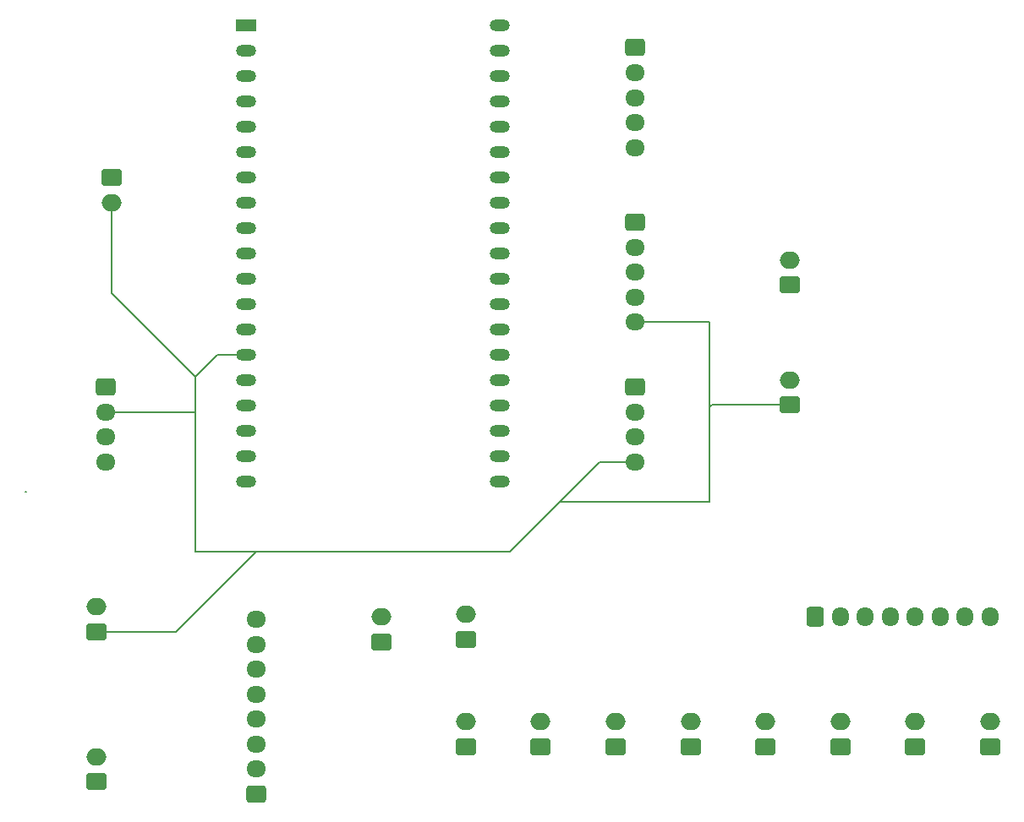
<source format=gbr>
%TF.GenerationSoftware,KiCad,Pcbnew,8.0.7*%
%TF.CreationDate,2024-12-29T01:14:19+01:00*%
%TF.ProjectId,DrinkoMat,4472696e-6b6f-44d6-9174-2e6b69636164,rev?*%
%TF.SameCoordinates,Original*%
%TF.FileFunction,Copper,L2,Bot*%
%TF.FilePolarity,Positive*%
%FSLAX46Y46*%
G04 Gerber Fmt 4.6, Leading zero omitted, Abs format (unit mm)*
G04 Created by KiCad (PCBNEW 8.0.7) date 2024-12-29 01:14:19*
%MOMM*%
%LPD*%
G01*
G04 APERTURE LIST*
G04 Aperture macros list*
%AMRoundRect*
0 Rectangle with rounded corners*
0 $1 Rounding radius*
0 $2 $3 $4 $5 $6 $7 $8 $9 X,Y pos of 4 corners*
0 Add a 4 corners polygon primitive as box body*
4,1,4,$2,$3,$4,$5,$6,$7,$8,$9,$2,$3,0*
0 Add four circle primitives for the rounded corners*
1,1,$1+$1,$2,$3*
1,1,$1+$1,$4,$5*
1,1,$1+$1,$6,$7*
1,1,$1+$1,$8,$9*
0 Add four rect primitives between the rounded corners*
20,1,$1+$1,$2,$3,$4,$5,0*
20,1,$1+$1,$4,$5,$6,$7,0*
20,1,$1+$1,$6,$7,$8,$9,0*
20,1,$1+$1,$8,$9,$2,$3,0*%
G04 Aperture macros list end*
%TA.AperFunction,ComponentPad*%
%ADD10RoundRect,0.250000X0.750000X-0.600000X0.750000X0.600000X-0.750000X0.600000X-0.750000X-0.600000X0*%
%TD*%
%TA.AperFunction,ComponentPad*%
%ADD11O,2.000000X1.700000*%
%TD*%
%TA.AperFunction,ComponentPad*%
%ADD12RoundRect,0.250000X-0.750000X0.600000X-0.750000X-0.600000X0.750000X-0.600000X0.750000X0.600000X0*%
%TD*%
%TA.AperFunction,ComponentPad*%
%ADD13RoundRect,0.250000X-0.600000X-0.725000X0.600000X-0.725000X0.600000X0.725000X-0.600000X0.725000X0*%
%TD*%
%TA.AperFunction,ComponentPad*%
%ADD14O,1.700000X1.950000*%
%TD*%
%TA.AperFunction,ComponentPad*%
%ADD15RoundRect,0.250000X-0.725000X0.600000X-0.725000X-0.600000X0.725000X-0.600000X0.725000X0.600000X0*%
%TD*%
%TA.AperFunction,ComponentPad*%
%ADD16O,1.950000X1.700000*%
%TD*%
%TA.AperFunction,ComponentPad*%
%ADD17RoundRect,0.250000X0.725000X-0.600000X0.725000X0.600000X-0.725000X0.600000X-0.725000X-0.600000X0*%
%TD*%
%TA.AperFunction,ComponentPad*%
%ADD18R,2.000000X1.200000*%
%TD*%
%TA.AperFunction,ComponentPad*%
%ADD19O,2.000000X1.200000*%
%TD*%
%TA.AperFunction,Conductor*%
%ADD20C,0.200000*%
%TD*%
G04 APERTURE END LIST*
D10*
%TO.P,REF\u002A\u002A,1*%
%TO.N,N/C*%
X28500000Y-98000000D03*
D11*
%TO.P,REF\u002A\u002A,2*%
X28500000Y-95500000D03*
%TD*%
D10*
%TO.P,REF\u002A\u002A,1*%
%TO.N,N/C*%
X102975000Y-94500000D03*
D11*
%TO.P,REF\u002A\u002A,2*%
X102975000Y-92000000D03*
%TD*%
D12*
%TO.P,REF\u002A\u002A,1*%
%TO.N,N/C*%
X30000000Y-37500000D03*
D11*
%TO.P,REF\u002A\u002A,2*%
X30000000Y-40000000D03*
%TD*%
D10*
%TO.P,REF\u002A\u002A,1*%
%TO.N,N/C*%
X80500000Y-94500000D03*
D11*
%TO.P,REF\u002A\u002A,2*%
X80500000Y-92000000D03*
%TD*%
D10*
%TO.P,REF\u002A\u002A,1*%
%TO.N,N/C*%
X118000000Y-94500000D03*
D11*
%TO.P,REF\u002A\u002A,2*%
X118000000Y-92000000D03*
%TD*%
D10*
%TO.P,REF\u002A\u002A,1*%
%TO.N,N/C*%
X95500000Y-94500000D03*
D11*
%TO.P,REF\u002A\u002A,2*%
X95500000Y-92000000D03*
%TD*%
D10*
%TO.P,REF\u002A\u002A,1*%
%TO.N,N/C*%
X88000000Y-94500000D03*
D11*
%TO.P,REF\u002A\u002A,2*%
X88000000Y-92000000D03*
%TD*%
D10*
%TO.P,REF\u002A\u002A,1*%
%TO.N,N/C*%
X97975000Y-60250000D03*
D11*
%TO.P,REF\u002A\u002A,2*%
X97975000Y-57750000D03*
%TD*%
D13*
%TO.P,REF\u002A\u002A,1*%
%TO.N,N/C*%
X100500000Y-81500000D03*
D14*
%TO.P,REF\u002A\u002A,2*%
X103000000Y-81500000D03*
%TO.P,REF\u002A\u002A,3*%
X105500000Y-81500000D03*
%TO.P,REF\u002A\u002A,4*%
X108000000Y-81500000D03*
%TO.P,REF\u002A\u002A,5*%
X110500000Y-81500000D03*
%TO.P,REF\u002A\u002A,6*%
X113000000Y-81500000D03*
%TO.P,REF\u002A\u002A,7*%
X115500000Y-81500000D03*
%TO.P,REF\u002A\u002A,8*%
X118000000Y-81500000D03*
%TD*%
D15*
%TO.P,A1,1*%
%TO.N,N/C*%
X82400000Y-24460000D03*
D16*
%TO.P,A1,2*%
X82400000Y-26960000D03*
%TO.P,A1,3*%
X82400000Y-29460000D03*
%TO.P,A1,4*%
X82400000Y-31960000D03*
%TO.P,A1,5*%
X82400000Y-34460000D03*
%TD*%
D17*
%TO.P,REF\u002A\u002A,1*%
%TO.N,N/C*%
X44475000Y-99250000D03*
D16*
%TO.P,REF\u002A\u002A,2*%
X44475000Y-96750000D03*
%TO.P,REF\u002A\u002A,3*%
X44475000Y-94250000D03*
%TO.P,REF\u002A\u002A,4*%
X44475000Y-91750000D03*
%TO.P,REF\u002A\u002A,5*%
X44475000Y-89250000D03*
%TO.P,REF\u002A\u002A,6*%
X44475000Y-86750000D03*
%TO.P,REF\u002A\u002A,7*%
X44475000Y-84250000D03*
%TO.P,REF\u002A\u002A,8*%
X44475000Y-81750000D03*
%TD*%
D15*
%TO.P,A1,1*%
%TO.N,N/C*%
X82425000Y-41960000D03*
D16*
%TO.P,A1,2*%
X82425000Y-44460000D03*
%TO.P,A1,3*%
X82425000Y-46960000D03*
%TO.P,A1,4*%
X82425000Y-49460000D03*
%TO.P,A1,5*%
X82425000Y-51960000D03*
%TD*%
D10*
%TO.P,REF\u002A\u002A,1*%
%TO.N,N/C*%
X65475000Y-83750000D03*
D11*
%TO.P,REF\u002A\u002A,2*%
X65475000Y-81250000D03*
%TD*%
D10*
%TO.P,REF\u002A\u002A,1*%
%TO.N,N/C*%
X73000000Y-94500000D03*
D11*
%TO.P,REF\u002A\u002A,2*%
X73000000Y-92000000D03*
%TD*%
D10*
%TO.P,REF\u002A\u002A,1*%
%TO.N,N/C*%
X57000000Y-84000000D03*
D11*
%TO.P,REF\u002A\u002A,2*%
X57000000Y-81500000D03*
%TD*%
D10*
%TO.P,REF\u002A\u002A,1*%
%TO.N,N/C*%
X97975000Y-48250000D03*
D11*
%TO.P,REF\u002A\u002A,2*%
X97975000Y-45750000D03*
%TD*%
D10*
%TO.P,REF\u002A\u002A,1*%
%TO.N,N/C*%
X65500000Y-94500000D03*
D11*
%TO.P,REF\u002A\u002A,2*%
X65500000Y-92000000D03*
%TD*%
D10*
%TO.P,REF\u002A\u002A,1*%
%TO.N,N/C*%
X28500000Y-83000000D03*
D11*
%TO.P,REF\u002A\u002A,2*%
X28500000Y-80500000D03*
%TD*%
D15*
%TO.P,REF\u002A\u002A,1*%
%TO.N,N/C*%
X82400000Y-58460000D03*
D16*
%TO.P,REF\u002A\u002A,2*%
X82400000Y-60960000D03*
%TO.P,REF\u002A\u002A,3*%
X82400000Y-63460000D03*
%TO.P,REF\u002A\u002A,4*%
X82400000Y-65960000D03*
%TD*%
D18*
%TO.P,REF\u002A\u002A,1*%
%TO.N,N/C*%
X43500000Y-22260000D03*
D19*
%TO.P,REF\u002A\u002A,2*%
X43500000Y-24800000D03*
%TO.P,REF\u002A\u002A,3*%
X43500000Y-27340000D03*
%TO.P,REF\u002A\u002A,4*%
X43500000Y-29880000D03*
%TO.P,REF\u002A\u002A,5*%
X43500000Y-32420000D03*
%TO.P,REF\u002A\u002A,6*%
X43500000Y-34960000D03*
%TO.P,REF\u002A\u002A,7*%
X43500000Y-37500000D03*
%TO.P,REF\u002A\u002A,8*%
X43500000Y-40040000D03*
%TO.P,REF\u002A\u002A,9*%
X43500000Y-42580000D03*
%TO.P,REF\u002A\u002A,10*%
X43500000Y-45120000D03*
%TO.P,REF\u002A\u002A,11*%
X43500000Y-47660000D03*
%TO.P,REF\u002A\u002A,12*%
X43500000Y-50200000D03*
%TO.P,REF\u002A\u002A,13*%
X43500000Y-52740000D03*
%TO.P,REF\u002A\u002A,14*%
X43500000Y-55280000D03*
%TO.P,REF\u002A\u002A,15*%
X43500000Y-57820000D03*
%TO.P,REF\u002A\u002A,16*%
X43500000Y-60360000D03*
%TO.P,REF\u002A\u002A,17*%
X43500000Y-62900000D03*
%TO.P,REF\u002A\u002A,18*%
X43500000Y-65440000D03*
%TO.P,REF\u002A\u002A,19*%
X43500000Y-67980000D03*
%TO.P,REF\u002A\u002A,20*%
X68896320Y-67977280D03*
%TO.P,REF\u002A\u002A,21*%
X68896320Y-65437280D03*
%TO.P,REF\u002A\u002A,22*%
X68900000Y-62900000D03*
%TO.P,REF\u002A\u002A,23*%
X68900000Y-60360000D03*
%TO.P,REF\u002A\u002A,24*%
X68900000Y-57820000D03*
%TO.P,REF\u002A\u002A,25*%
X68900000Y-55280000D03*
%TO.P,REF\u002A\u002A,26*%
X68900000Y-52740000D03*
%TO.P,REF\u002A\u002A,27*%
X68900000Y-50200000D03*
%TO.P,REF\u002A\u002A,28*%
X68900000Y-47660000D03*
%TO.P,REF\u002A\u002A,29*%
X68900000Y-45120000D03*
%TO.P,REF\u002A\u002A,30*%
X68900000Y-42580000D03*
%TO.P,REF\u002A\u002A,31*%
X68900000Y-40040000D03*
%TO.P,REF\u002A\u002A,32*%
X68900000Y-37500000D03*
%TO.P,REF\u002A\u002A,33*%
X68900000Y-34960000D03*
%TO.P,REF\u002A\u002A,34*%
X68900000Y-32420000D03*
%TO.P,REF\u002A\u002A,35*%
X68900000Y-29880000D03*
%TO.P,REF\u002A\u002A,36*%
X68900000Y-27340000D03*
%TO.P,REF\u002A\u002A,37*%
X68900000Y-24800000D03*
%TO.P,REF\u002A\u002A,38*%
X68900000Y-22260000D03*
%TD*%
D15*
%TO.P,REF\u002A\u002A,1*%
%TO.N,N/C*%
X29400000Y-58460000D03*
D16*
%TO.P,REF\u002A\u002A,2*%
X29400000Y-60960000D03*
%TO.P,REF\u002A\u002A,3*%
X29400000Y-63460000D03*
%TO.P,REF\u002A\u002A,4*%
X29400000Y-65960000D03*
%TD*%
D10*
%TO.P,REF\u002A\u002A,1*%
%TO.N,N/C*%
X110475000Y-94500000D03*
D11*
%TO.P,REF\u002A\u002A,2*%
X110475000Y-92000000D03*
%TD*%
D20*
%TO.N,*%
X29400000Y-60960000D02*
X38400000Y-60960000D01*
X44500000Y-74960000D02*
X38400000Y-74960000D01*
X74900000Y-69960000D02*
X74650000Y-70210000D01*
X97975000Y-60250000D02*
X90150000Y-60250000D01*
X74650000Y-70210000D02*
X69900000Y-74960000D01*
X28500000Y-83000000D02*
X36460000Y-83000000D01*
X30000000Y-40000000D02*
X30000000Y-49060000D01*
X78900000Y-65960000D02*
X74650000Y-70210000D01*
X89900000Y-60500000D02*
X89900000Y-69960000D01*
X90150000Y-60250000D02*
X89900000Y-60500000D01*
X69900000Y-74960000D02*
X44500000Y-74960000D01*
X82425000Y-51960000D02*
X89900000Y-51960000D01*
X89900000Y-69960000D02*
X74900000Y-69960000D01*
X40580000Y-55280000D02*
X38400000Y-57460000D01*
X82400000Y-65960000D02*
X78900000Y-65960000D01*
X36460000Y-83000000D02*
X44500000Y-74960000D01*
X43500000Y-55280000D02*
X40580000Y-55280000D01*
X30000000Y-49060000D02*
X38400000Y-57460000D01*
X21460000Y-68960000D02*
X21400000Y-68960000D01*
X38400000Y-60960000D02*
X38400000Y-57460000D01*
X38400000Y-74960000D02*
X38400000Y-60960000D01*
X89900000Y-51960000D02*
X89900000Y-60500000D01*
%TD*%
M02*

</source>
